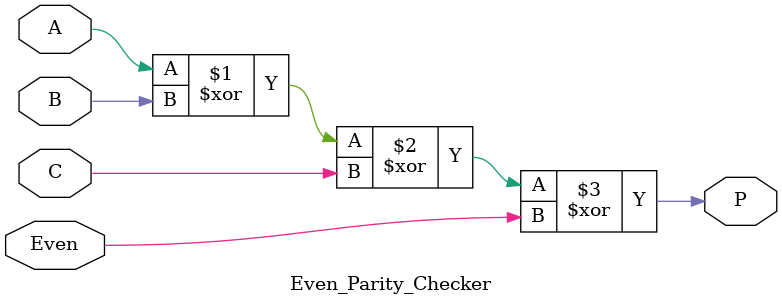
<source format=v>
`timescale 1ns / 1ps
module Even_Parity_Checker(output P,input A,B,C,Even
    );
assign P=A^B^C^Even;

endmodule

</source>
